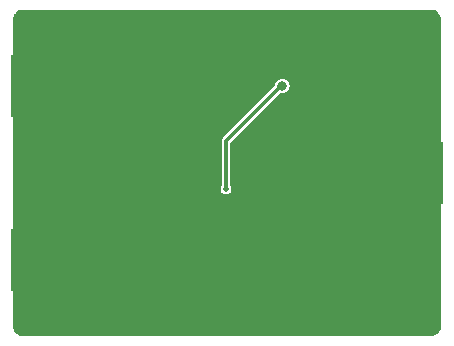
<source format=gbr>
%TF.GenerationSoftware,KiCad,Pcbnew,(6.0.4-0)*%
%TF.CreationDate,2022-03-26T13:16:04-05:00*%
%TF.ProjectId,EE515X_Project_No_Matching,45453531-3558-45f5-9072-6f6a6563745f,rev?*%
%TF.SameCoordinates,Original*%
%TF.FileFunction,Copper,L4,Bot*%
%TF.FilePolarity,Positive*%
%FSLAX46Y46*%
G04 Gerber Fmt 4.6, Leading zero omitted, Abs format (unit mm)*
G04 Created by KiCad (PCBNEW (6.0.4-0)) date 2022-03-26 13:16:04*
%MOMM*%
%LPD*%
G01*
G04 APERTURE LIST*
%TA.AperFunction,ComponentPad*%
%ADD10C,0.762000*%
%TD*%
%TA.AperFunction,SMDPad,CuDef*%
%ADD11R,1.778000X5.334000*%
%TD*%
%TA.AperFunction,ViaPad*%
%ADD12C,0.800000*%
%TD*%
%TA.AperFunction,ViaPad*%
%ADD13C,0.508000*%
%TD*%
%TA.AperFunction,Conductor*%
%ADD14C,0.312420*%
%TD*%
G04 APERTURE END LIST*
D10*
%TO.P,J2,2,Ext*%
%TO.N,GND*%
X82158688Y-112826800D03*
X82158688Y-110693200D03*
X80888688Y-110693200D03*
X79618688Y-110693200D03*
X78348688Y-110693200D03*
X78348688Y-112826800D03*
D11*
X78602688Y-111760000D03*
D10*
X80888688Y-112826800D03*
X79618688Y-112826800D03*
%TD*%
%TO.P,J1,2,Ext*%
%TO.N,GND*%
X82169000Y-98094800D03*
X82169000Y-95961200D03*
X80899000Y-95961200D03*
X79629000Y-95961200D03*
X78359000Y-95961200D03*
X78359000Y-98094800D03*
D11*
X78613000Y-97028000D03*
D10*
X80899000Y-98094800D03*
X79629000Y-98094800D03*
%TD*%
%TO.P,J3,2,Ext*%
%TO.N,GND*%
X109865312Y-103327200D03*
X109865312Y-105460800D03*
X111135312Y-105460800D03*
X112405312Y-105460800D03*
X113675312Y-105460800D03*
X113675312Y-103327200D03*
D11*
X113421312Y-104394000D03*
D10*
X111135312Y-103327200D03*
X112405312Y-103327200D03*
%TD*%
D12*
%TO.N,GND*%
X110621668Y-96012000D03*
X107827668Y-96012000D03*
%TO.N,/IF_UNFILTERED*%
X100711000Y-97028000D03*
D13*
X95935800Y-105740200D03*
%TD*%
D14*
%TO.N,/IF_UNFILTERED*%
X95935800Y-101676200D02*
X100584000Y-97028000D01*
X95935800Y-105740200D02*
X95935800Y-101676200D01*
X100584000Y-97028000D02*
X100711000Y-97028000D01*
%TD*%
%TA.AperFunction,Conductor*%
%TO.N,GND*%
G36*
X113308198Y-90586170D02*
G01*
X113313389Y-90586179D01*
X113327219Y-90589359D01*
X113341059Y-90586227D01*
X113343049Y-90586230D01*
X113355158Y-90586835D01*
X113473716Y-90598510D01*
X113497924Y-90603325D01*
X113626567Y-90642347D01*
X113649386Y-90651799D01*
X113767930Y-90715162D01*
X113788467Y-90728884D01*
X113892375Y-90814158D01*
X113909842Y-90831625D01*
X113995116Y-90935533D01*
X114008838Y-90956070D01*
X114072201Y-91074614D01*
X114081654Y-91097436D01*
X114120672Y-91226067D01*
X114125491Y-91250294D01*
X114137215Y-91369359D01*
X114137821Y-91381927D01*
X114137820Y-91382225D01*
X114134641Y-91396051D01*
X114137772Y-91409888D01*
X114137764Y-91414348D01*
X114139880Y-91433284D01*
X114139880Y-117354134D01*
X114137830Y-117372198D01*
X114137821Y-117377389D01*
X114134641Y-117391219D01*
X114137773Y-117405059D01*
X114137770Y-117407049D01*
X114137165Y-117419158D01*
X114125490Y-117537716D01*
X114120675Y-117561924D01*
X114114291Y-117582971D01*
X114081654Y-117690565D01*
X114072201Y-117713386D01*
X114008838Y-117831930D01*
X113995116Y-117852467D01*
X113909842Y-117956375D01*
X113892375Y-117973842D01*
X113788467Y-118059116D01*
X113767930Y-118072838D01*
X113649386Y-118136201D01*
X113626564Y-118145654D01*
X113497933Y-118184672D01*
X113473706Y-118189491D01*
X113354641Y-118201215D01*
X113342073Y-118201821D01*
X113341775Y-118201820D01*
X113327949Y-118198641D01*
X113314112Y-118201772D01*
X113309652Y-118201764D01*
X113290716Y-118203880D01*
X78733866Y-118203880D01*
X78715802Y-118201830D01*
X78710611Y-118201821D01*
X78696781Y-118198641D01*
X78682941Y-118201773D01*
X78680951Y-118201770D01*
X78668842Y-118201165D01*
X78550284Y-118189490D01*
X78526076Y-118184675D01*
X78397433Y-118145653D01*
X78374614Y-118136201D01*
X78256070Y-118072838D01*
X78235533Y-118059116D01*
X78131625Y-117973842D01*
X78114158Y-117956375D01*
X78028884Y-117852467D01*
X78015162Y-117831930D01*
X77951799Y-117713386D01*
X77942346Y-117690564D01*
X77903328Y-117561933D01*
X77898509Y-117537706D01*
X77886785Y-117418641D01*
X77886179Y-117406073D01*
X77886180Y-117405775D01*
X77889359Y-117391949D01*
X77886228Y-117378112D01*
X77886236Y-117373652D01*
X77884120Y-117354716D01*
X77884120Y-105734551D01*
X95473428Y-105734551D01*
X95474592Y-105743453D01*
X95474592Y-105743456D01*
X95475644Y-105751498D01*
X95490427Y-105864550D01*
X95543230Y-105984554D01*
X95627591Y-106084913D01*
X95635062Y-106089886D01*
X95635063Y-106089887D01*
X95651270Y-106100675D01*
X95736729Y-106157562D01*
X95826172Y-106185506D01*
X95853301Y-106193982D01*
X95853302Y-106193982D01*
X95861870Y-106196659D01*
X95926305Y-106197840D01*
X95983978Y-106198897D01*
X95983981Y-106198897D01*
X95992954Y-106199061D01*
X96034347Y-106187776D01*
X96110782Y-106166938D01*
X96110785Y-106166937D01*
X96119444Y-106164576D01*
X96130868Y-106157562D01*
X96223519Y-106100675D01*
X96223522Y-106100672D01*
X96231171Y-106095976D01*
X96319153Y-105998775D01*
X96330025Y-105976336D01*
X96372404Y-105888864D01*
X96372404Y-105888863D01*
X96376317Y-105880787D01*
X96398069Y-105751498D01*
X96398207Y-105740200D01*
X96379621Y-105610418D01*
X96325356Y-105491069D01*
X96319495Y-105484267D01*
X96315561Y-105478116D01*
X96295710Y-105410230D01*
X96295710Y-101877469D01*
X96315712Y-101809348D01*
X96332615Y-101788374D01*
X100466543Y-97654447D01*
X100528855Y-97620421D01*
X100572082Y-97618620D01*
X100711000Y-97636909D01*
X100719188Y-97635831D01*
X100860409Y-97617239D01*
X100868597Y-97616161D01*
X100876224Y-97613002D01*
X100876227Y-97613001D01*
X100942026Y-97585746D01*
X101015455Y-97555331D01*
X101141564Y-97458564D01*
X101238331Y-97332454D01*
X101299161Y-97185597D01*
X101319909Y-97028000D01*
X101299161Y-96870403D01*
X101238331Y-96723546D01*
X101141564Y-96597436D01*
X101015455Y-96500669D01*
X100942026Y-96470254D01*
X100876227Y-96442999D01*
X100876224Y-96442998D01*
X100868597Y-96439839D01*
X100711000Y-96419091D01*
X100553403Y-96439839D01*
X100545776Y-96442998D01*
X100545773Y-96442999D01*
X100479975Y-96470254D01*
X100406546Y-96500669D01*
X100280436Y-96597436D01*
X100183669Y-96723546D01*
X100122839Y-96870403D01*
X100121761Y-96878591D01*
X100111780Y-96954408D01*
X100083058Y-97019335D01*
X100075953Y-97027057D01*
X95717959Y-101385051D01*
X95701767Y-101398128D01*
X95698973Y-101400670D01*
X95690226Y-101406318D01*
X95683779Y-101414496D01*
X95670740Y-101431036D01*
X95667103Y-101435128D01*
X95667198Y-101435208D01*
X95663846Y-101439164D01*
X95660162Y-101442848D01*
X95657136Y-101447083D01*
X95649625Y-101457594D01*
X95646059Y-101462344D01*
X95622495Y-101492234D01*
X95622494Y-101492236D01*
X95616047Y-101500414D01*
X95613169Y-101508609D01*
X95608122Y-101515672D01*
X95594245Y-101562075D01*
X95592410Y-101567723D01*
X95576346Y-101613465D01*
X95575890Y-101618730D01*
X95575890Y-101621447D01*
X95575789Y-101623784D01*
X95575674Y-101624168D01*
X95575600Y-101624165D01*
X95575580Y-101624483D01*
X95573790Y-101630468D01*
X95574199Y-101640872D01*
X95575793Y-101681438D01*
X95575890Y-101686386D01*
X95575890Y-105410510D01*
X95555212Y-105479653D01*
X95549317Y-105486328D01*
X95493598Y-105605005D01*
X95492217Y-105613877D01*
X95474809Y-105725678D01*
X95474809Y-105725682D01*
X95473428Y-105734551D01*
X77884120Y-105734551D01*
X77884120Y-91433866D01*
X77886170Y-91415802D01*
X77886179Y-91410611D01*
X77889359Y-91396781D01*
X77886227Y-91382941D01*
X77886230Y-91380951D01*
X77886835Y-91368842D01*
X77898510Y-91250284D01*
X77903326Y-91226071D01*
X77903328Y-91226067D01*
X77942347Y-91097433D01*
X77951799Y-91074614D01*
X78015162Y-90956070D01*
X78028884Y-90935533D01*
X78114158Y-90831625D01*
X78131625Y-90814158D01*
X78235533Y-90728884D01*
X78256070Y-90715162D01*
X78374614Y-90651799D01*
X78397436Y-90642346D01*
X78526067Y-90603328D01*
X78550294Y-90598509D01*
X78669359Y-90586785D01*
X78681927Y-90586179D01*
X78682225Y-90586180D01*
X78696051Y-90589359D01*
X78709888Y-90586228D01*
X78714348Y-90586236D01*
X78733284Y-90584120D01*
X113290134Y-90584120D01*
X113308198Y-90586170D01*
G37*
%TD.AperFunction*%
%TD*%
M02*

</source>
